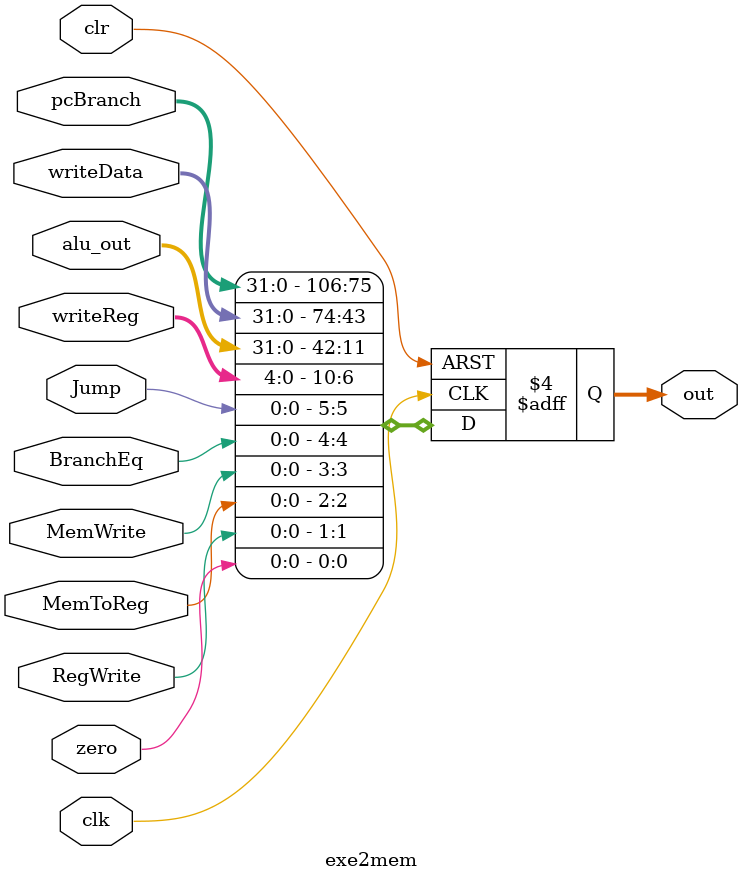
<source format=v>
`timescale 1ns / 1ns

module exe2mem(clk, clr, zero, alu_out, writeData, writeReg, pcBranch, RegWrite, MemToReg, MemWrite, BranchEq, Jump, out);
    input clk, clr;
    input zero, RegWrite, MemToReg, MemWrite, BranchEq, Jump;
    input [4:0] writeReg;
    input [31:0] alu_out, writeData, pcBranch;
    output [106:0] out;

    // out[0:0] ´æ·Å zero;
    // out[1:1] ´æ·Å RegWrite;
    // out[2:2] ´æ·Å MemToReg;
    // out[3:3] ´æ·Å MemWrite;
    // out[4:4] ´æ·Å BranchEq;
    // out[5:5] ´æ·Å Jump;
    // out[10:6] ´æ·Å writeReg;
    // out[42:11] ´æ·Å alu_out;
    // out[74:43] ´æ·Å writeData;
    // out[106:75] ´æ·Å pcBranch;

    reg [106:0] out;
    
    always @(posedge clk or negedge clr) begin
        if(clr == 0) begin
            out <= 32'b0;
        end else if(clk == 1) begin
            out[0:0] = zero;
            out[1:1] = RegWrite;
            out[2:2] = MemToReg;
            out[3:3] = MemWrite;
            out[4:4] = BranchEq;
            out[5:5] = Jump;
            out[10:6] = writeReg;
            out[42:11] = alu_out;
            out[74:43] = writeData;
            out[106:75] = pcBranch;
        end
    end

endmodule


</source>
